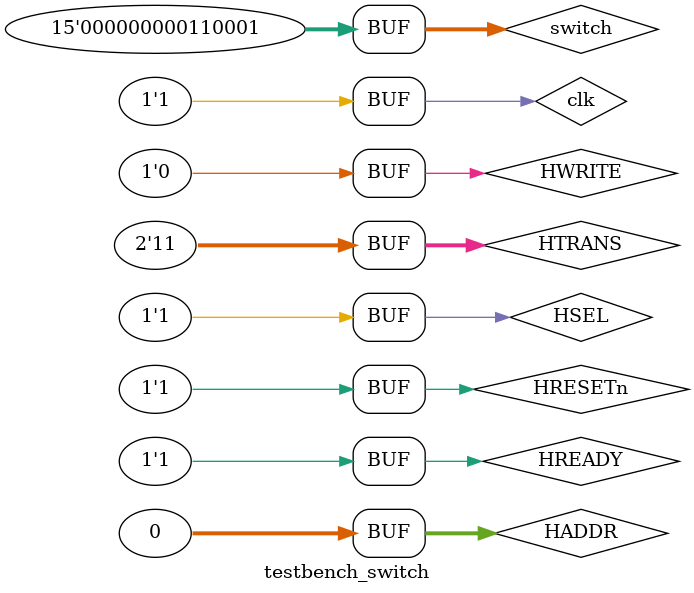
<source format=v>
module testbench_switch();
reg clk;

always
begin
    #50 clk = 0;
    #50 clk = 1;
end


reg HSEL;
//reg HCLK;
reg HRESETn;
reg HREADY;
reg [31:0] HADDR;
reg [1:0] HTRANS;
reg HWRITE;
reg [2:0] HSIZE;
reg [31:0] HWDATA;
wire HREADYOUT;

reg[14:0] switch;
wire irq;
SWITCH_INPUT peri(
	//AHBLITE INTERFACE
			.HSEL(HSEL),
		//Global Signal
			.HCLK(clk),
			.HRESETn(HRESETn),
		//Address, Control & Write Data
			.HREADY(HREADY),
			.HADDR(HADDR),
			.HTRANS(HTRANS),
			.HWRITE(HWRITE),
			
			.HWDATA(HWDATA),//,
            .HREADYOUT(HREADYOUT),
            .SWITCH_IRQ(irq),
            .SWITCH(switch)
    );
    initial begin
        HRESETn = 0;
        switch <= 14'h0011;
        //#50;
        #100;
        HRESETn = 1;
        #100;
        HREADY =1;
        HADDR = 32'h00000000;
        HSEL = 1'b1;
        HWRITE = 1'b0;
        HTRANS = 2'b11;
        #500;
        switch <= 14'h0031;

    end

endmodule
</source>
